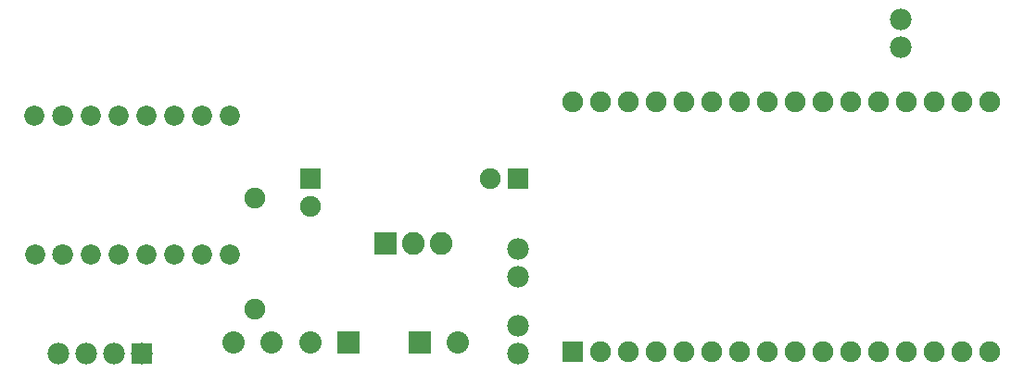
<source format=gtl>
G04 MADE WITH FRITZING*
G04 WWW.FRITZING.ORG*
G04 DOUBLE SIDED*
G04 HOLES PLATED*
G04 CONTOUR ON CENTER OF CONTOUR VECTOR*
%ASAXBY*%
%FSLAX23Y23*%
%MOIN*%
%OFA0B0*%
%SFA1.0B1.0*%
%ADD10C,0.082000*%
%ADD11C,0.075000*%
%ADD12C,0.078000*%
%ADD13C,0.072472*%
%ADD14C,0.072445*%
%ADD15C,0.072417*%
%ADD16C,0.080000*%
%ADD17R,0.082000X0.082000*%
%ADD18R,0.075000X0.075000*%
%ADD19R,0.078000X0.078000*%
%ADD20R,0.080000X0.080000*%
%ADD21R,0.001000X0.001000*%
%LNCOPPER1*%
G90*
G70*
G54D10*
X1413Y591D03*
X1513Y591D03*
X1613Y591D03*
G54D11*
X2085Y203D03*
X2085Y1103D03*
X2185Y203D03*
X2185Y1103D03*
X2285Y203D03*
X2285Y1103D03*
X2385Y203D03*
X2385Y1103D03*
X2485Y203D03*
X2485Y1103D03*
X2585Y203D03*
X2585Y1103D03*
X2685Y203D03*
X2685Y1103D03*
X2785Y203D03*
X2785Y1103D03*
X2885Y203D03*
X2885Y1103D03*
X2985Y203D03*
X2985Y1103D03*
X3085Y203D03*
X3085Y1103D03*
X3185Y203D03*
X3185Y1103D03*
X3285Y203D03*
X3285Y1103D03*
X3385Y203D03*
X3385Y1103D03*
X3485Y203D03*
X3485Y1103D03*
X3585Y203D03*
X3585Y1103D03*
G54D12*
X535Y197D03*
X435Y197D03*
X335Y197D03*
X235Y197D03*
G54D11*
X943Y355D03*
X943Y755D03*
G54D13*
X150Y552D03*
X850Y1052D03*
X750Y1052D03*
X650Y1052D03*
X550Y1052D03*
X450Y1052D03*
G54D14*
X350Y1052D03*
X250Y1052D03*
G54D13*
X149Y1052D03*
G54D14*
X850Y552D03*
G54D15*
X750Y552D03*
G54D14*
X650Y552D03*
G54D13*
X550Y552D03*
G54D14*
X450Y552D03*
G54D15*
X350Y552D03*
X250Y552D03*
G54D11*
X1888Y827D03*
X1788Y827D03*
G54D16*
X1534Y237D03*
X1672Y237D03*
G54D11*
X1140Y827D03*
X1140Y727D03*
G54D16*
X1278Y237D03*
X1140Y237D03*
X1002Y237D03*
X864Y237D03*
G54D12*
X3266Y1300D03*
X3266Y1400D03*
X1888Y197D03*
X1888Y297D03*
X1888Y473D03*
X1888Y573D03*
G54D17*
X1413Y591D03*
G54D18*
X2085Y203D03*
G54D19*
X535Y197D03*
G54D18*
X1888Y827D03*
G54D20*
X1534Y237D03*
G54D18*
X1140Y827D03*
G54D20*
X1278Y237D03*
G54D21*
X243Y1088D02*
X255Y1088D01*
X239Y1087D02*
X259Y1087D01*
X236Y1086D02*
X262Y1086D01*
X234Y1085D02*
X264Y1085D01*
X232Y1084D02*
X266Y1084D01*
X230Y1083D02*
X268Y1083D01*
X229Y1082D02*
X269Y1082D01*
X227Y1081D02*
X271Y1081D01*
X226Y1080D02*
X272Y1080D01*
X225Y1079D02*
X273Y1079D01*
X224Y1078D02*
X274Y1078D01*
X223Y1077D02*
X275Y1077D01*
X222Y1076D02*
X276Y1076D01*
X221Y1075D02*
X277Y1075D01*
X220Y1074D02*
X278Y1074D01*
X220Y1073D02*
X278Y1073D01*
X219Y1072D02*
X279Y1072D01*
X219Y1071D02*
X244Y1071D01*
X254Y1071D02*
X279Y1071D01*
X218Y1070D02*
X241Y1070D01*
X257Y1070D02*
X280Y1070D01*
X217Y1069D02*
X239Y1069D01*
X259Y1069D02*
X281Y1069D01*
X217Y1068D02*
X238Y1068D01*
X260Y1068D02*
X281Y1068D01*
X216Y1067D02*
X236Y1067D01*
X262Y1067D02*
X282Y1067D01*
X216Y1066D02*
X235Y1066D01*
X263Y1066D02*
X282Y1066D01*
X216Y1065D02*
X234Y1065D01*
X264Y1065D02*
X282Y1065D01*
X215Y1064D02*
X234Y1064D01*
X264Y1064D02*
X283Y1064D01*
X215Y1063D02*
X233Y1063D01*
X265Y1063D02*
X283Y1063D01*
X215Y1062D02*
X232Y1062D01*
X266Y1062D02*
X283Y1062D01*
X214Y1061D02*
X232Y1061D01*
X266Y1061D02*
X284Y1061D01*
X214Y1060D02*
X231Y1060D01*
X267Y1060D02*
X284Y1060D01*
X214Y1059D02*
X231Y1059D01*
X267Y1059D02*
X284Y1059D01*
X214Y1058D02*
X230Y1058D01*
X268Y1058D02*
X284Y1058D01*
X214Y1057D02*
X230Y1057D01*
X268Y1057D02*
X284Y1057D01*
X213Y1056D02*
X230Y1056D01*
X268Y1056D02*
X284Y1056D01*
X213Y1055D02*
X230Y1055D01*
X268Y1055D02*
X285Y1055D01*
X213Y1054D02*
X230Y1054D01*
X268Y1054D02*
X285Y1054D01*
X213Y1053D02*
X230Y1053D01*
X268Y1053D02*
X285Y1053D01*
X213Y1052D02*
X230Y1052D01*
X268Y1052D02*
X285Y1052D01*
X213Y1051D02*
X230Y1051D01*
X268Y1051D02*
X285Y1051D01*
X213Y1050D02*
X230Y1050D01*
X268Y1050D02*
X285Y1050D01*
X213Y1049D02*
X230Y1049D01*
X268Y1049D02*
X284Y1049D01*
X214Y1048D02*
X230Y1048D01*
X268Y1048D02*
X284Y1048D01*
X214Y1047D02*
X230Y1047D01*
X268Y1047D02*
X284Y1047D01*
X214Y1046D02*
X231Y1046D01*
X267Y1046D02*
X284Y1046D01*
X214Y1045D02*
X231Y1045D01*
X267Y1045D02*
X284Y1045D01*
X214Y1044D02*
X232Y1044D01*
X266Y1044D02*
X284Y1044D01*
X215Y1043D02*
X232Y1043D01*
X266Y1043D02*
X283Y1043D01*
X215Y1042D02*
X233Y1042D01*
X265Y1042D02*
X283Y1042D01*
X215Y1041D02*
X234Y1041D01*
X264Y1041D02*
X283Y1041D01*
X216Y1040D02*
X234Y1040D01*
X264Y1040D02*
X282Y1040D01*
X216Y1039D02*
X235Y1039D01*
X263Y1039D02*
X282Y1039D01*
X217Y1038D02*
X237Y1038D01*
X261Y1038D02*
X281Y1038D01*
X217Y1037D02*
X238Y1037D01*
X260Y1037D02*
X281Y1037D01*
X217Y1036D02*
X239Y1036D01*
X259Y1036D02*
X281Y1036D01*
X218Y1035D02*
X241Y1035D01*
X257Y1035D02*
X280Y1035D01*
X219Y1034D02*
X245Y1034D01*
X253Y1034D02*
X279Y1034D01*
X219Y1033D02*
X279Y1033D01*
X220Y1032D02*
X278Y1032D01*
X220Y1031D02*
X277Y1031D01*
X221Y1030D02*
X277Y1030D01*
X222Y1029D02*
X276Y1029D01*
X223Y1028D02*
X275Y1028D01*
X224Y1027D02*
X274Y1027D01*
X225Y1026D02*
X273Y1026D01*
X226Y1025D02*
X272Y1025D01*
X227Y1024D02*
X271Y1024D01*
X229Y1023D02*
X269Y1023D01*
X230Y1022D02*
X268Y1022D01*
X232Y1021D02*
X266Y1021D01*
X234Y1020D02*
X264Y1020D01*
X236Y1019D02*
X262Y1019D01*
X239Y1018D02*
X259Y1018D01*
X243Y1017D02*
X255Y1017D01*
X249Y589D02*
X249Y589D01*
X242Y588D02*
X256Y588D01*
X238Y587D02*
X260Y587D01*
X235Y586D02*
X263Y586D01*
X233Y585D02*
X265Y585D01*
X231Y584D02*
X267Y584D01*
X230Y583D02*
X268Y583D01*
X228Y582D02*
X270Y582D01*
X227Y581D02*
X271Y581D01*
X226Y580D02*
X272Y580D01*
X225Y579D02*
X273Y579D01*
X224Y578D02*
X274Y578D01*
X223Y577D02*
X275Y577D01*
X222Y576D02*
X276Y576D01*
X221Y575D02*
X277Y575D01*
X220Y574D02*
X278Y574D01*
X220Y573D02*
X278Y573D01*
X219Y572D02*
X279Y572D01*
X218Y571D02*
X243Y571D01*
X255Y571D02*
X280Y571D01*
X218Y570D02*
X240Y570D01*
X258Y570D02*
X280Y570D01*
X217Y569D02*
X239Y569D01*
X259Y569D02*
X281Y569D01*
X217Y568D02*
X237Y568D01*
X261Y568D02*
X281Y568D01*
X216Y567D02*
X236Y567D01*
X262Y567D02*
X282Y567D01*
X216Y566D02*
X235Y566D01*
X263Y566D02*
X282Y566D01*
X216Y565D02*
X234Y565D01*
X264Y565D02*
X282Y565D01*
X215Y564D02*
X233Y564D01*
X265Y564D02*
X283Y564D01*
X215Y563D02*
X233Y563D01*
X265Y563D02*
X283Y563D01*
X215Y562D02*
X232Y562D01*
X266Y562D02*
X283Y562D01*
X214Y561D02*
X231Y561D01*
X267Y561D02*
X284Y561D01*
X214Y560D02*
X231Y560D01*
X267Y560D02*
X284Y560D01*
X214Y559D02*
X231Y559D01*
X267Y559D02*
X284Y559D01*
X214Y558D02*
X230Y558D01*
X268Y558D02*
X284Y558D01*
X214Y557D02*
X230Y557D01*
X268Y557D02*
X284Y557D01*
X213Y556D02*
X230Y556D01*
X268Y556D02*
X285Y556D01*
X213Y555D02*
X230Y555D01*
X268Y555D02*
X285Y555D01*
X213Y554D02*
X230Y554D01*
X268Y554D02*
X285Y554D01*
X213Y553D02*
X230Y553D01*
X268Y553D02*
X285Y553D01*
X213Y552D02*
X230Y552D01*
X268Y552D02*
X285Y552D01*
X213Y551D02*
X230Y551D01*
X268Y551D02*
X285Y551D01*
X213Y550D02*
X230Y550D01*
X268Y550D02*
X285Y550D01*
X214Y549D02*
X230Y549D01*
X268Y549D02*
X284Y549D01*
X214Y548D02*
X230Y548D01*
X268Y548D02*
X284Y548D01*
X214Y547D02*
X230Y547D01*
X267Y547D02*
X284Y547D01*
X214Y546D02*
X231Y546D01*
X267Y546D02*
X284Y546D01*
X214Y545D02*
X231Y545D01*
X267Y545D02*
X284Y545D01*
X215Y544D02*
X232Y544D01*
X266Y544D02*
X283Y544D01*
X215Y543D02*
X232Y543D01*
X266Y543D02*
X283Y543D01*
X215Y542D02*
X233Y542D01*
X265Y542D02*
X283Y542D01*
X215Y541D02*
X234Y541D01*
X264Y541D02*
X283Y541D01*
X216Y540D02*
X235Y540D01*
X263Y540D02*
X282Y540D01*
X216Y539D02*
X236Y539D01*
X262Y539D02*
X282Y539D01*
X217Y538D02*
X237Y538D01*
X261Y538D02*
X281Y538D01*
X217Y537D02*
X238Y537D01*
X260Y537D02*
X281Y537D01*
X218Y536D02*
X240Y536D01*
X258Y536D02*
X280Y536D01*
X218Y535D02*
X242Y535D01*
X256Y535D02*
X280Y535D01*
X219Y534D02*
X248Y534D01*
X250Y534D02*
X279Y534D01*
X219Y533D02*
X279Y533D01*
X220Y532D02*
X278Y532D01*
X221Y531D02*
X277Y531D01*
X221Y530D02*
X277Y530D01*
X222Y529D02*
X276Y529D01*
X223Y528D02*
X275Y528D01*
X224Y527D02*
X274Y527D01*
X225Y526D02*
X273Y526D01*
X226Y525D02*
X272Y525D01*
X228Y524D02*
X270Y524D01*
X229Y523D02*
X269Y523D01*
X231Y522D02*
X267Y522D01*
X233Y521D02*
X265Y521D01*
X235Y520D02*
X263Y520D01*
X237Y519D02*
X261Y519D01*
X240Y518D02*
X258Y518D01*
X245Y517D02*
X253Y517D01*
D02*
G04 End of Copper1*
M02*
</source>
